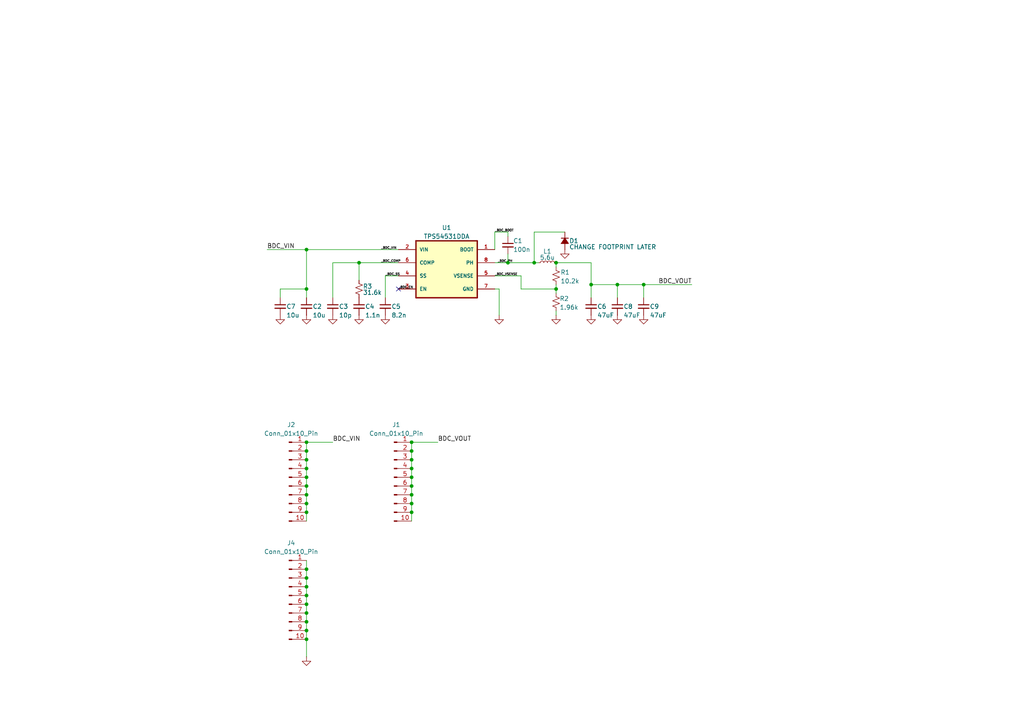
<source format=kicad_sch>
(kicad_sch (version 20250114) (generator "eeschema") (generator_version "9.0")
  (paper "A4")
  (lib_symbols
    (symbol "Connector:Conn_01x10_Pin" (pin_names (offset 1.016) (hide yes))
      (property "Reference" "J" (at 0 12.7 0))
      (property "Value" "Conn_01x10_Pin" (at 0 -15.24 0))
      (symbol "Conn_01x10_Pin_1_1"
        (rectangle (start 0.8636 10.287) (end 0 10.033) (stroke (width 0.1524)) (fill (type outline)))
        (rectangle (start 0.8636 7.747) (end 0 7.493) (stroke (width 0.1524)) (fill (type outline)))
        (rectangle (start 0.8636 5.207) (end 0 4.953) (stroke (width 0.1524)) (fill (type outline)))
        (rectangle (start 0.8636 2.667) (end 0 2.413) (stroke (width 0.1524)) (fill (type outline)))
        (rectangle (start 0.8636 0.127) (end 0 -0.127) (stroke (width 0.1524)) (fill (type outline)))
        (rectangle (start 0.8636 -2.413) (end 0 -2.667) (stroke (width 0.1524)) (fill (type outline)))
        (rectangle (start 0.8636 -4.953) (end 0 -5.207) (stroke (width 0.1524)) (fill (type outline)))
        (rectangle (start 0.8636 -7.493) (end 0 -7.747) (stroke (width 0.1524)) (fill (type outline)))
        (rectangle (start 0.8636 -10.033) (end 0 -10.287) (stroke (width 0.1524)) (fill (type outline)))
        (rectangle (start 0.8636 -12.573) (end 0 -12.827) (stroke (width 0.1524)) (fill (type outline)))
        (polyline (pts (xy 1.27 10.16) (xy 0.8636 10.16)) (stroke (width 0.1524)))
        (polyline (pts (xy 1.27 7.62) (xy 0.8636 7.62)) (stroke (width 0.1524)))
        (polyline (pts (xy 1.27 5.08) (xy 0.8636 5.08)) (stroke (width 0.1524)))
        (polyline (pts (xy 1.27 2.54) (xy 0.8636 2.54)) (stroke (width 0.1524)))
        (polyline (pts (xy 1.27 0) (xy 0.8636 0)) (stroke (width 0.1524)))
        (polyline (pts (xy 1.27 -2.54) (xy 0.8636 -2.54)) (stroke (width 0.1524)))
        (polyline (pts (xy 1.27 -5.08) (xy 0.8636 -5.08)) (stroke (width 0.1524)))
        (polyline (pts (xy 1.27 -7.62) (xy 0.8636 -7.62)) (stroke (width 0.1524)))
        (polyline (pts (xy 1.27 -10.16) (xy 0.8636 -10.16)) (stroke (width 0.1524)))
        (polyline (pts (xy 1.27 -12.7) (xy 0.8636 -12.7)) (stroke (width 0.1524)))
        (pin passive line (at 5.08 10.16 180) (length 3.81) (name "Pin_1") (number "1"))
        (pin passive line (at 5.08 7.62 180) (length 3.81) (name "Pin_2") (number "2"))
        (pin passive line (at 5.08 5.08 180) (length 3.81) (name "Pin_3") (number "3"))
        (pin passive line (at 5.08 2.54 180) (length 3.81) (name "Pin_4") (number "4"))
        (pin passive line (at 5.08 0 180) (length 3.81) (name "Pin_5") (number "5"))
        (pin passive line (at 5.08 -2.54 180) (length 3.81) (name "Pin_6") (number "6"))
        (pin passive line (at 5.08 -5.08 180) (length 3.81) (name "Pin_7") (number "7"))
        (pin passive line (at 5.08 -7.62 180) (length 3.81) (name "Pin_8") (number "8"))
        (pin passive line (at 5.08 -10.16 180) (length 3.81) (name "Pin_9") (number "9"))
        (pin passive line (at 5.08 -12.7 180) (length 3.81) (name "Pin_10") (number "10"))
      )
    )
    (symbol "Device:C_Small" (pin_numbers (hide yes)) (pin_names (offset 0.254) (hide yes))
      (property "Reference" "C" (at 0.254 1.778 0))
      (property "Value" "C_Small" (at 0.254 -2.032 0))
      (symbol "C_Small_0_1"
        (polyline (pts (xy -1.524 0.508) (xy 1.524 0.508)) (stroke (width 0.3048)))
        (polyline (pts (xy -1.524 -0.508) (xy 1.524 -0.508)) (stroke (width 0.3302)))
      )
      (symbol "C_Small_1_1"
        (pin passive line (at 0 2.54 270) (length 2.032) (name "~") (number "1"))
        (pin passive line (at 0 -2.54 90) (length 2.032) (name "~") (number "2"))
      )
    )
    (symbol "Device:D_Small_Filled" (pin_numbers (hide yes)) (pin_names (offset 0.254) (hide yes))
      (property "Reference" "D" (at -1.27 2.032 0))
      (property "Value" "D_Small_Filled" (at -3.81 -2.032 0))
      (symbol "D_Small_Filled_0_1"
        (polyline (pts (xy -0.762 0) (xy 0.762 0)))
        (polyline (pts (xy -0.762 -1.016) (xy -0.762 1.016)) (stroke (width 0.254)))
        (polyline (pts (xy 0.762 -1.016) (xy -0.762 0) (xy 0.762 1.016) (xy 0.762 -1.016)) (stroke (width 0.254)) (fill (type outline)))
      )
      (symbol "D_Small_Filled_1_1"
        (pin passive line (at -2.54 0 0) (length 1.778) (name "K") (number "1"))
        (pin passive line (at 2.54 0 180) (length 1.778) (name "A") (number "2"))
      )
    )
    (symbol "Device:L_Small" (pin_numbers (hide yes)) (pin_names (offset 0.254) (hide yes))
      (property "Reference" "L" (at 0.762 1.016 0))
      (property "Value" "L_Small" (at 0.762 -1.016 0))
      (symbol "L_Small_0_1"
        (arc (start 0 2.032) (mid 0.5058 1.524) (end 0 1.016))
        (arc (start 0 1.016) (mid 0.5058 0.508) (end 0 0))
        (arc (start 0 0) (mid 0.5058 -0.508) (end 0 -1.016))
        (arc (start 0 -1.016) (mid 0.5058 -1.524) (end 0 -2.032))
      )
      (symbol "L_Small_1_1"
        (pin passive line (at 0 2.54 270) (length 0.508) (name "~") (number "1"))
        (pin passive line (at 0 -2.54 90) (length 0.508) (name "~") (number "2"))
      )
    )
    (symbol "Device:R_Small_US" (pin_numbers (hide yes)) (pin_names (offset 0.254) (hide yes))
      (property "Reference" "R" (at 0.762 0.508 0))
      (property "Value" "R_Small_US" (at 0.762 -1.016 0))
      (symbol "R_Small_US_1_1"
        (polyline (pts (xy 0 1.524) (xy 1.016 1.143) (xy 0 0.762) (xy -1.016 0.381) (xy 0 0)))
        (polyline (pts (xy 0 0) (xy 1.016 -0.381) (xy 0 -0.762) (xy -1.016 -1.143) (xy 0 -1.524)))
        (pin passive line (at 0 2.54 270) (length 1.016) (name "~") (number "1"))
        (pin passive line (at 0 -2.54 90) (length 1.016) (name "~") (number "2"))
      )
    )
    (symbol "TPS54531DDA:TPS54531DDA" (pin_names (offset 1.016))
      (property "Reference" "U" (at -0.762 9.652 0))
      (property "Value" "TPS54531DDA" (at -6.604 7.874 0))
      (symbol "TPS54531DDA_0_0"
        (rectangle (start -8.89 7.62) (end 8.89 -8.89) (stroke (width 0.41)) (fill (type background)))
        (pin input line (at -13.97 5.08 0) (length 5.08) (name "VIN") (number "2"))
        (pin output line (at -13.97 1.27 0) (length 5.08) (name "COMP") (number "6"))
        (pin input line (at -13.97 -2.54 0) (length 5.08) (name "SS") (number "4"))
        (pin input line (at -13.97 -6.35 0) (length 5.08) (name "EN") (number "3"))
        (pin output line (at 13.97 5.08 180) (length 5.08) (name "BOOT") (number "1"))
        (pin output line (at 13.97 1.27 180) (length 5.08) (name "PH") (number "8"))
        (pin input line (at 13.97 -2.54 180) (length 5.08) (name "VSENSE") (number "5"))
        (pin power_in line (at 13.97 -6.35 180) (length 5.08) (name "GND") (number "7"))
      )
    )
    (symbol "power_modified:GND" (power) (pin_numbers (hide yes)) (pin_names (offset 0) (hide yes))
      (symbol "GND_0_1"
        (polyline (pts (xy 0 0) (xy 0 -1.27) (xy 1.27 -1.27) (xy 0 -2.54) (xy -1.27 -1.27) (xy 0 -1.27)))
      )
      (symbol "GND_1_1"
        (pin power_in line (at 0 0 270) (length 0) (name "~") (number "1"))
      )
    )
  )
  (junction (at 88.9 177.8))
  (junction (at 119.38 130.81))
  (junction (at 88.9 128.27))
  (junction (at 161.29 76.2))
  (junction (at 88.9 130.81))
  (junction (at 179.07 82.55))
  (junction (at 88.9 185.42))
  (junction (at 88.9 175.26))
  (junction (at 88.9 133.35))
  (junction (at 119.38 140.97))
  (junction (at 119.38 133.35))
  (junction (at 88.9 148.59))
  (junction (at 119.38 143.51))
  (junction (at 119.38 138.43))
  (junction (at 88.9 135.89))
  (junction (at 88.9 172.72))
  (junction (at 88.9 146.05))
  (junction (at 88.9 83.82))
  (junction (at 88.9 143.51))
  (junction (at 147.32 76.2))
  (junction (at 119.38 148.59))
  (junction (at 88.9 167.64))
  (junction (at 104.14 76.2))
  (junction (at 88.9 138.43))
  (junction (at 119.38 146.05))
  (junction (at 119.38 128.27))
  (junction (at 119.38 135.89))
  (junction (at 154.94 76.2))
  (junction (at 88.9 165.1))
  (junction (at 161.29 83.82))
  (junction (at 88.9 72.39))
  (junction (at 88.9 170.18))
  (junction (at 88.9 182.88))
  (junction (at 186.69 82.55))
  (junction (at 88.9 180.34))
  (junction (at 88.9 140.97))
  (junction (at 171.45 82.55))
  (no_connect (at 115.57 83.82))
  (wire (pts (xy 151.13 80.01) (xy 151.13 83.82)))
  (wire (pts (xy 119.38 140.97) (xy 119.38 143.51)))
  (wire (pts (xy 154.94 67.31) (xy 154.94 76.2)))
  (wire (pts (xy 119.38 146.05) (xy 119.38 148.59)))
  (wire (pts (xy 119.38 128.27) (xy 119.38 130.81)))
  (wire (pts (xy 171.45 82.55) (xy 171.45 76.2)))
  (wire (pts (xy 88.9 146.05) (xy 88.9 148.59)))
  (wire (pts (xy 171.45 86.36) (xy 171.45 82.55)))
  (wire (pts (xy 88.9 148.59) (xy 88.9 151.13)))
  (wire (pts (xy 88.9 72.39) (xy 115.57 72.39)))
  (wire (pts (xy 147.32 76.2) (xy 154.94 76.2)))
  (wire (pts (xy 88.9 135.89) (xy 88.9 138.43)))
  (wire (pts (xy 161.29 91.44) (xy 161.29 90.17)))
  (wire (pts (xy 171.45 76.2) (xy 161.29 76.2)))
  (wire (pts (xy 186.69 86.36) (xy 186.69 82.55)))
  (wire (pts (xy 119.38 143.51) (xy 119.38 146.05)))
  (wire (pts (xy 161.29 76.2) (xy 161.29 77.47)))
  (wire (pts (xy 81.28 83.82) (xy 81.28 86.36)))
  (wire (pts (xy 88.9 167.64) (xy 88.9 170.18)))
  (wire (pts (xy 200.66 82.55) (xy 186.69 82.55)))
  (wire (pts (xy 104.14 76.2) (xy 115.57 76.2)))
  (wire (pts (xy 119.38 138.43) (xy 119.38 140.97)))
  (wire (pts (xy 143.51 67.31) (xy 143.51 72.39)))
  (wire (pts (xy 119.38 133.35) (xy 119.38 135.89)))
  (wire (pts (xy 161.29 82.55) (xy 161.29 83.82)))
  (wire (pts (xy 88.9 185.42) (xy 88.9 190.5)))
  (wire (pts (xy 88.9 83.82) (xy 88.9 86.36)))
  (wire (pts (xy 147.32 76.2) (xy 147.32 73.66)))
  (wire (pts (xy 88.9 143.51) (xy 88.9 146.05)))
  (wire (pts (xy 179.07 82.55) (xy 171.45 82.55)))
  (wire (pts (xy 154.94 67.31) (xy 163.83 67.31)))
  (wire (pts (xy 88.9 170.18) (xy 88.9 172.72)))
  (wire (pts (xy 88.9 162.56) (xy 88.9 165.1)))
  (wire (pts (xy 119.38 130.81) (xy 119.38 133.35)))
  (wire (pts (xy 143.51 76.2) (xy 147.32 76.2)))
  (wire (pts (xy 88.9 175.26) (xy 88.9 177.8)))
  (wire (pts (xy 96.52 76.2) (xy 104.14 76.2)))
  (wire (pts (xy 96.52 86.36) (xy 96.52 76.2)))
  (wire (pts (xy 111.76 86.36) (xy 111.76 80.01)))
  (wire (pts (xy 88.9 72.39) (xy 88.9 83.82)))
  (wire (pts (xy 111.76 80.01) (xy 115.57 80.01)))
  (wire (pts (xy 144.78 91.44) (xy 144.78 83.82)))
  (wire (pts (xy 144.78 83.82) (xy 143.51 83.82)))
  (wire (pts (xy 88.9 180.34) (xy 88.9 182.88)))
  (wire (pts (xy 119.38 135.89) (xy 119.38 138.43)))
  (wire (pts (xy 88.9 177.8) (xy 88.9 180.34)))
  (wire (pts (xy 154.94 76.2) (xy 156.21 76.2)))
  (wire (pts (xy 88.9 128.27) (xy 88.9 130.81)))
  (wire (pts (xy 151.13 83.82) (xy 161.29 83.82)))
  (wire (pts (xy 127 128.27) (xy 119.38 128.27)))
  (wire (pts (xy 88.9 138.43) (xy 88.9 140.97)))
  (wire (pts (xy 77.47 72.39) (xy 88.9 72.39)))
  (wire (pts (xy 147.32 67.31) (xy 143.51 67.31)))
  (wire (pts (xy 147.32 68.58) (xy 147.32 67.31)))
  (wire (pts (xy 161.29 83.82) (xy 161.29 85.09)))
  (wire (pts (xy 88.9 165.1) (xy 88.9 167.64)))
  (wire (pts (xy 88.9 83.82) (xy 81.28 83.82)))
  (wire (pts (xy 179.07 82.55) (xy 186.69 82.55)))
  (wire (pts (xy 88.9 128.27) (xy 96.52 128.27)))
  (wire (pts (xy 179.07 82.55) (xy 179.07 86.36)))
  (wire (pts (xy 88.9 130.81) (xy 88.9 133.35)))
  (wire (pts (xy 88.9 182.88) (xy 88.9 185.42)))
  (wire (pts (xy 88.9 172.72) (xy 88.9 175.26)))
  (wire (pts (xy 88.9 140.97) (xy 88.9 143.51)))
  (wire (pts (xy 143.51 80.01) (xy 151.13 80.01)))
  (wire (pts (xy 88.9 133.35) (xy 88.9 135.89)))
  (wire (pts (xy 119.38 148.59) (xy 119.38 151.13)))
  (wire (pts (xy 104.14 76.2) (xy 104.14 81.28)))
  (label "_BDC_VSENSE" (at 143.51 80.01 0) (effects (font (size 0.635 0.635))))
  (label "_BDC_BOOT" (at 143.51 67.31 0) (effects (font (size 0.635 0.635))))
  (label "_BDC_COMP" (at 110.49 76.2 0) (effects (font (size 0.635 0.635))))
  (label "BDC_VOUT" (at 127 128.27 0))
  (label "BDC_VIN" (at 96.52 128.27 0))
  (label "BDC_VOUT" (at 200.66 82.55 180))
  (label "BDC_VIN" (at 77.47 72.39 0))
  (label "_BDC_PH" (at 144.3278 76.2 0) (effects (font (size 0.635 0.635))))
  (label "_BDC_SS" (at 111.76 80.01 0) (effects (font (size 0.635 0.635))))
  (label "_BDC_EN" (at 115.57 83.82 0) (effects (font (size 0.635 0.635))))
  (label "_BDC_VIN" (at 110.49 72.39 0) (effects (font (size 0.635 0.635))))
  (symbol (lib_id "Connector:Conn_01x10_Pin") (at 83.82 138.43 0) (unit 1)
    (property "Reference" "J2" (at 84.455 123.19 0))
    (property "Value" "Conn_01x10_Pin" (at 84.455 125.73 0))
    (property "Footprint" "Connector_PinHeader_2.54mm:PinHeader_1x10_P2.54mm_Vertical" (effects (hide yes)))
    (property "Description" "Generic connector, single row, 01x10, script generated" (effects (hide yes)))
  )
  (symbol (lib_id "Device:C_Small") (at 111.76 88.9 0) (unit 1)
    (property "Reference" "C5" (at 113.538 88.9 0) (effects (justify left)))
    (property "Value" "8.2n" (at 113.538 91.44 0) (effects (justify left)))
    (property "Footprint" "Capacitor_SMD:C_0805_2012Metric" (effects (hide yes)))
    (property "Description" "Unpolarized capacitor, small symbol" (effects (hide yes)))
  )
  (symbol (lib_id "power_modified:GND") (at 88.9 91.44 0) (unit 1)
    (property "Reference" "#PWR07" (effects (hide yes)))
    (property "Value" "GND" (effects (hide yes)))
    (property "Description" "Power symbol creates a global label with name \"GND\" , ground" (effects (hide yes)))
  )
  (symbol (lib_id "Device:C_Small") (at 96.52 88.9 0) (unit 1)
    (property "Reference" "C3" (at 98.298 88.9 0) (effects (justify left)))
    (property "Value" "10p" (at 98.298 91.44 0) (effects (justify left)))
    (property "Footprint" "Capacitor_SMD:C_0805_2012Metric" (effects (hide yes)))
    (property "Description" "Unpolarized capacitor, small symbol" (effects (hide yes)))
  )
  (symbol (lib_id "Connector:Conn_01x10_Pin") (at 114.3 138.43 0) (unit 1)
    (property "Reference" "J1" (at 114.935 123.19 0))
    (property "Value" "Conn_01x10_Pin" (at 114.935 125.73 0))
    (property "Footprint" "Connector_PinHeader_2.54mm:PinHeader_1x10_P2.54mm_Vertical" (effects (hide yes)))
    (property "Description" "Generic connector, single row, 01x10, script generated" (effects (hide yes)))
  )
  (symbol (lib_id "power_modified:GND") (at 179.07 91.44 0) (unit 1)
    (property "Reference" "#PWR010" (effects (hide yes)))
    (property "Value" "GND" (effects (hide yes)))
    (property "Description" "Power symbol creates a global label with name \"GND\" , ground" (effects (hide yes)))
  )
  (symbol (lib_id "power_modified:GND") (at 163.83 72.39 0) (unit 1)
    (property "Reference" "#PWR01" (effects (hide yes)))
    (property "Value" "GND" (effects (hide yes)))
    (property "Description" "Power symbol creates a global label with name \"GND\" , ground" (effects (hide yes)))
  )
  (symbol (lib_id "power_modified:GND") (at 88.9 190.5 0) (unit 1)
    (property "Reference" "#PWR012" (effects (hide yes)))
    (property "Value" "GND" (effects (hide yes)))
    (property "Description" "Power symbol creates a global label with name \"GND\" , ground" (effects (hide yes)))
  )
  (symbol (lib_id "Device:C_Small") (at 88.9 88.9 0) (unit 1)
    (property "Reference" "C2" (at 90.678 88.9 0) (effects (justify left)))
    (property "Value" "10u" (at 90.678 91.44 0) (effects (justify left)))
    (property "Footprint" "Capacitor_SMD:C_0805_2012Metric" (effects (hide yes)))
    (property "Description" "Unpolarized capacitor, small symbol" (effects (hide yes)))
  )
  (symbol (lib_id "Device:R_Small_US") (at 161.29 87.63 0) (unit 1)
    (property "Reference" "R2" (at 162.306 86.614 0) (effects (justify left)))
    (property "Value" "1.96k" (at 162.306 89.154 0) (effects (justify left)))
    (property "Footprint" "Resistor_SMD:R_0805_2012Metric" (effects (hide yes)))
    (property "Description" "Resistor, small US symbol" (effects (hide yes)))
  )
  (symbol (lib_id "Device:C_Small") (at 186.69 88.9 0) (unit 1)
    (property "Reference" "C9" (at 188.468 88.9 0) (effects (justify left)))
    (property "Value" "47uF" (at 188.468 91.44 0) (effects (justify left)))
    (property "Footprint" "Capacitor_SMD:C_0805_2012Metric" (effects (hide yes)))
    (property "Description" "Unpolarized capacitor, small symbol" (effects (hide yes)))
  )
  (symbol (lib_id "power_modified:GND") (at 104.14 91.44 0) (unit 1)
    (property "Reference" "#PWR05" (effects (hide yes)))
    (property "Value" "GND" (effects (hide yes)))
    (property "Description" "Power symbol creates a global label with name \"GND\" , ground" (effects (hide yes)))
  )
  (symbol (lib_id "power_modified:GND") (at 144.78 91.44 0) (unit 1)
    (property "Reference" "#PWR03" (effects (hide yes)))
    (property "Value" "GND" (effects (hide yes)))
    (property "Description" "Power symbol creates a global label with name \"GND\" , ground" (effects (hide yes)))
  )
  (symbol (lib_id "Device:R_Small_US") (at 161.29 80.01 0) (unit 1)
    (property "Reference" "R1" (at 162.56 78.994 0) (effects (justify left)))
    (property "Value" "10.2k" (at 162.56 81.534 0) (effects (justify left)))
    (property "Footprint" "Resistor_SMD:R_0805_2012Metric" (effects (hide yes)))
    (property "Description" "Resistor, small US symbol" (effects (hide yes)))
  )
  (symbol (lib_id "power_modified:GND") (at 171.45 91.44 0) (unit 1)
    (property "Reference" "#PWR09" (effects (hide yes)))
    (property "Value" "GND" (effects (hide yes)))
    (property "Description" "Power symbol creates a global label with name \"GND\" , ground" (effects (hide yes)))
  )
  (symbol (lib_id "Device:L_Small") (at 158.75 76.2 90) (unit 1)
    (property "Reference" "L1" (at 158.75 72.898 90))
    (property "Value" "5.6u" (at 158.75 74.676 90))
    (property "Footprint" "Inductor_SMD:L_APV_ANR4018" (effects (hide yes)))
    (property "Description" "Inductor, small symbol" (effects (hide yes)))
  )
  (symbol (lib_id "Connector:Conn_01x10_Pin") (at 83.82 172.72 0) (unit 1)
    (property "Reference" "J4" (at 84.455 157.48 0))
    (property "Value" "Conn_01x10_Pin" (at 84.455 160.02 0))
    (property "Footprint" "Connector_PinHeader_2.54mm:PinHeader_1x10_P2.54mm_Vertical" (effects (hide yes)))
    (property "Description" "Generic connector, single row, 01x10, script generated" (effects (hide yes)))
  )
  (symbol (lib_id "Device:C_Small") (at 171.45 88.9 0) (unit 1)
    (property "Reference" "C6" (at 173.228 88.9 0) (effects (justify left)))
    (property "Value" "47uF" (at 173.228 91.44 0) (effects (justify left)))
    (property "Footprint" "Capacitor_SMD:C_0805_2012Metric" (effects (hide yes)))
    (property "Description" "Unpolarized capacitor, small symbol" (effects (hide yes)))
  )
  (symbol (lib_id "power_modified:GND") (at 186.69 91.44 0) (unit 1)
    (property "Reference" "#PWR011" (effects (hide yes)))
    (property "Value" "GND" (effects (hide yes)))
    (property "Description" "Power symbol creates a global label with name \"GND\" , ground" (effects (hide yes)))
  )
  (symbol (lib_id "power_modified:GND") (at 161.29 91.44 0) (unit 1)
    (property "Reference" "#PWR02" (effects (hide yes)))
    (property "Value" "GND" (effects (hide yes)))
    (property "Description" "Power symbol creates a global label with name \"GND\" , ground" (effects (hide yes)))
  )
  (symbol (lib_id "Device:R_Small_US") (at 104.14 83.82 180) (unit 1)
    (property "Reference" "R3" (at 107.95 83.058 0) (effects (justify left)))
    (property "Value" "31.6k" (at 110.744 84.836 0) (effects (justify left)))
    (property "Footprint" "Resistor_SMD:R_0805_2012Metric" (effects (hide yes)))
    (property "Description" "Resistor, small US symbol" (effects (hide yes)))
  )
  (symbol (lib_id "Device:C_Small") (at 104.14 88.9 0) (unit 1)
    (property "Reference" "C4" (at 105.918 88.9 0) (effects (justify left)))
    (property "Value" "1.1n" (at 105.918 91.44 0) (effects (justify left)))
    (property "Footprint" "Capacitor_SMD:C_0805_2012Metric" (effects (hide yes)))
    (property "Description" "Unpolarized capacitor, small symbol" (effects (hide yes)))
  )
  (symbol (lib_id "Device:D_Small_Filled") (at 163.83 69.85 270) (unit 1)
    (property "Reference" "D1" (at 165.1 69.85 90) (effects (justify left)))
    (property "Value" "CHANGE FOOTPRINT LATER" (at 165.1 71.628 90) (effects (justify left)))
    (property "Footprint" "Diode_SMD:D_0805_2012Metric" (effects (hide yes)))
    (property "Description" "Diode, small symbol, filled shape" (effects (hide yes)))
    (property "Sim.Device" "D" (effects (hide yes)))
    (property "Sim.Pins" "1=K 2=A" (effects (hide yes)))
  )
  (symbol (lib_id "TPS54531DDA:TPS54531DDA") (at 129.54 77.47 0) (unit 1)
    (property "Reference" "U1" (at 129.54 66.04 0))
    (property "Value" "TPS54531DDA" (at 129.54 68.58 0))
    (property "Footprint" "footprints:VREG_LM5017MR_NOPB" (effects (hide yes)))
  )
  (symbol (lib_id "Device:C_Small") (at 179.07 88.9 0) (unit 1)
    (property "Reference" "C8" (at 180.848 88.9 0) (effects (justify left)))
    (property "Value" "47uF" (at 180.848 91.44 0) (effects (justify left)))
    (property "Footprint" "Capacitor_SMD:C_0805_2012Metric" (effects (hide yes)))
    (property "Description" "Unpolarized capacitor, small symbol" (effects (hide yes)))
  )
  (symbol (lib_id "Device:C_Small") (at 147.32 71.12 0) (unit 1)
    (property "Reference" "C1" (at 148.844 69.85 0) (effects (justify left)))
    (property "Value" "100n" (at 148.844 72.39 0) (effects (justify left)))
    (property "Footprint" "Capacitor_SMD:C_0805_2012Metric" (effects (hide yes)))
    (property "Description" "Unpolarized capacitor, small symbol" (effects (hide yes)))
  )
  (symbol (lib_id "power_modified:GND") (at 111.76 91.44 0) (unit 1)
    (property "Reference" "#PWR04" (effects (hide yes)))
    (property "Value" "GND" (effects (hide yes)))
    (property "Description" "Power symbol creates a global label with name \"GND\" , ground" (effects (hide yes)))
  )
  (symbol (lib_id "Device:C_Small") (at 81.28 88.9 0) (unit 1)
    (property "Reference" "C7" (at 83.058 88.9 0) (effects (justify left)))
    (property "Value" "10u" (at 83.058 91.44 0) (effects (justify left)))
    (property "Footprint" "Capacitor_SMD:C_0805_2012Metric" (effects (hide yes)))
    (property "Description" "Unpolarized capacitor, small symbol" (effects (hide yes)))
  )
  (symbol (lib_id "power_modified:GND") (at 81.28 91.44 0) (unit 1)
    (property "Reference" "#PWR08" (effects (hide yes)))
    (property "Value" "GND" (effects (hide yes)))
    (property "Description" "Power symbol creates a global label with name \"GND\" , ground" (effects (hide yes)))
  )
  (symbol (lib_id "power_modified:GND") (at 96.52 91.44 0) (unit 1)
    (property "Reference" "#PWR06" (effects (hide yes)))
    (property "Value" "GND" (effects (hide yes)))
    (property "Description" "Power symbol creates a global label with name \"GND\" , ground" (effects (hide yes)))
  )
)
</source>
